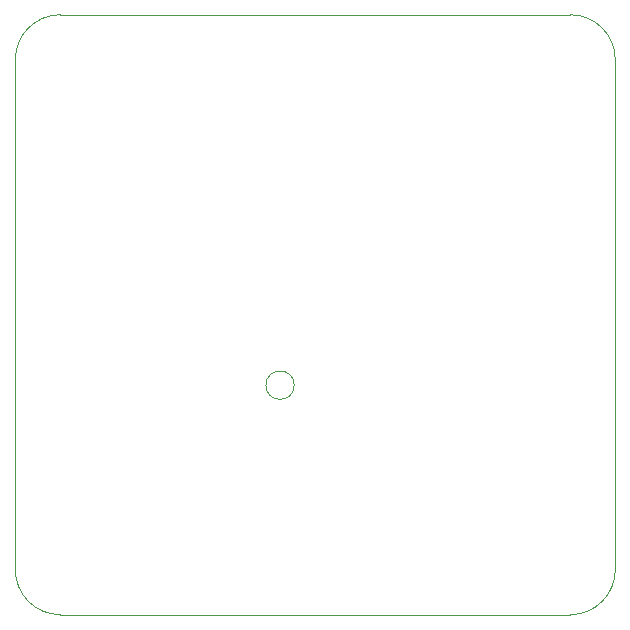
<source format=gbr>
G04 #@! TF.GenerationSoftware,KiCad,Pcbnew,5.1.5+dfsg1-2build2*
G04 #@! TF.CreationDate,2020-06-29T20:33:36+01:00*
G04 #@! TF.ProjectId,program_usb_kit,70726f67-7261-46d5-9f75-73625f6b6974,rev?*
G04 #@! TF.SameCoordinates,Original*
G04 #@! TF.FileFunction,Profile,NP*
%FSLAX46Y46*%
G04 Gerber Fmt 4.6, Leading zero omitted, Abs format (unit mm)*
G04 Created by KiCad (PCBNEW 5.1.5+dfsg1-2build2) date 2020-06-29 20:33:36*
%MOMM*%
%LPD*%
G04 APERTURE LIST*
%ADD10C,0.050000*%
G04 APERTURE END LIST*
D10*
X226815000Y-82169000D02*
G75*
G03X226815000Y-82169000I-1200000J0D01*
G01*
X254000000Y-97790000D02*
G75*
G02X250190000Y-101600000I-3810000J0D01*
G01*
X207010000Y-101600000D02*
G75*
G02X203200000Y-97790000I0J3810000D01*
G01*
X203200000Y-54610000D02*
G75*
G02X207010000Y-50800000I3810000J0D01*
G01*
X250190000Y-50800000D02*
G75*
G02X254000000Y-54610000I0J-3810000D01*
G01*
X250190000Y-101600000D02*
X241300000Y-101600000D01*
X254000000Y-54610000D02*
X254000000Y-97790000D01*
X241300000Y-50800000D02*
X250190000Y-50800000D01*
X241300000Y-50800000D02*
X207010000Y-50800000D01*
X207010000Y-101600000D02*
X241300000Y-101600000D01*
X203200000Y-54610000D02*
X203200000Y-97790000D01*
M02*

</source>
